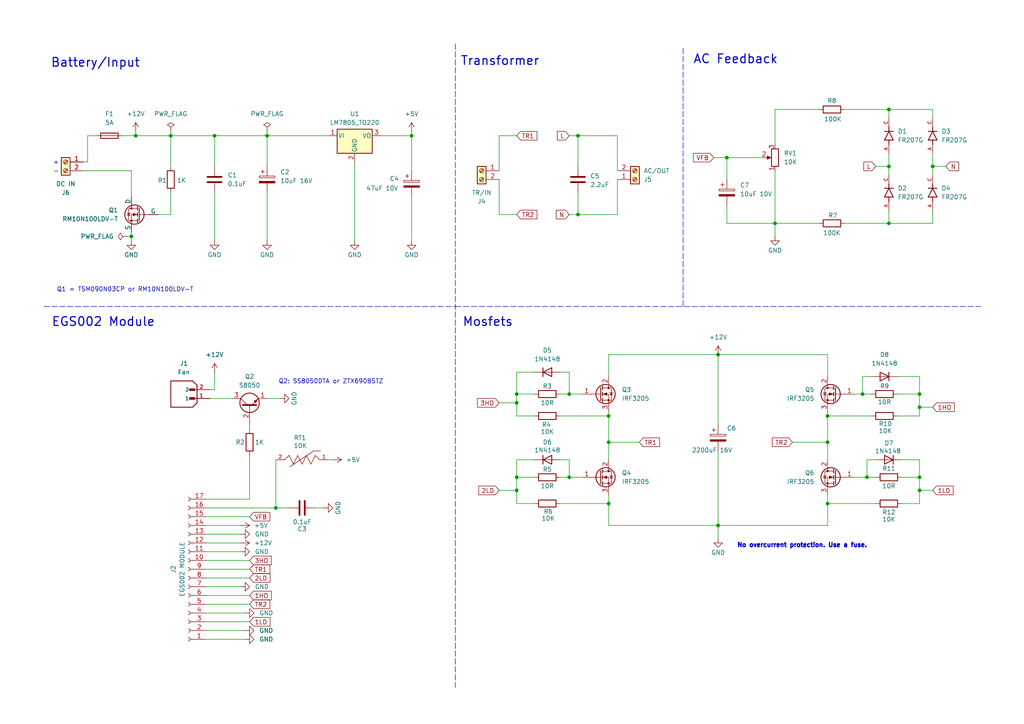
<source format=kicad_sch>
(kicad_sch (version 20231120) (generator "eeschema") (generator_version "8.0")
  (paper "A4")
  (title_block (title "Mini DC-AC Inverter") (date "2025-01-24") (rev "1.0.2") (company "By stef") (comment 1 "Thanks to Ammar for the basics"))
  (lib_symbols
    (symbol "B2B-XH-A__LF__SN_:B2B-XH-A__LF__SN_" (pin_names (offset 1.016))
      (property "Reference" "J" (at -2.54 6.35 0))
      (property "Value" "B2B-XH-A__LF__SN_" (at -2.54 -5.08 0))
      (symbol "B2B-XH-A__LF__SN__0_0"
        (pin passive line (at -7.62 2.54 0) (length 5.08) (name "1") (number "1"))
        (pin passive line (at -7.62 0 0) (length 5.08) (name "2") (number "2"))
      )
    )
    (symbol "Connector:Conn_01x17_Socket" (pin_names (offset 1.016) hide)
      (property "Reference" "J" (at 0 22.86 0))
      (property "Value" "Conn_01x17_Socket" (at 0 -22.86 0))
      (symbol "Conn_01x17_Socket_1_1"
        (pin passive line (at -5.08 20.32 0) (length 3.81) (name "Pin_1") (number "1"))
        (pin passive line (at -5.08 -2.54 0) (length 3.81) (name "Pin_10") (number "10"))
        (pin passive line (at -5.08 -5.08 0) (length 3.81) (name "Pin_11") (number "11"))
        (pin passive line (at -5.08 -7.62 0) (length 3.81) (name "Pin_12") (number "12"))
        (pin passive line (at -5.08 -10.16 0) (length 3.81) (name "Pin_13") (number "13"))
        (pin passive line (at -5.08 -12.7 0) (length 3.81) (name "Pin_14") (number "14"))
        (pin passive line (at -5.08 -15.24 0) (length 3.81) (name "Pin_15") (number "15"))
        (pin passive line (at -5.08 -17.78 0) (length 3.81) (name "Pin_16") (number "16"))
        (pin passive line (at -5.08 -20.32 0) (length 3.81) (name "Pin_17") (number "17"))
        (pin passive line (at -5.08 17.78 0) (length 3.81) (name "Pin_2") (number "2"))
        (pin passive line (at -5.08 15.24 0) (length 3.81) (name "Pin_3") (number "3"))
        (pin passive line (at -5.08 12.7 0) (length 3.81) (name "Pin_4") (number "4"))
        (pin passive line (at -5.08 10.16 0) (length 3.81) (name "Pin_5") (number "5"))
        (pin passive line (at -5.08 7.62 0) (length 3.81) (name "Pin_6") (number "6"))
        (pin passive line (at -5.08 5.08 0) (length 3.81) (name "Pin_7") (number "7"))
        (pin passive line (at -5.08 2.54 0) (length 3.81) (name "Pin_8") (number "8"))
        (pin passive line (at -5.08 0 0) (length 3.81) (name "Pin_9") (number "9"))
      )
    )
    (symbol "Connector:Screw_Terminal_01x02" (pin_names (offset 1.016) hide)
      (property "Reference" "J" (at 0 2.54 0))
      (property "Value" "Screw_Terminal_01x02" (at 0 -5.08 0))
      (symbol "Screw_Terminal_01x02_1_1"
        (pin passive line (at -5.08 0 0) (length 3.81) (name "Pin_1") (number "1"))
        (pin passive line (at -5.08 -2.54 0) (length 3.81) (name "Pin_2") (number "2"))
      )
    )
    (symbol "Device:C" (pin_numbers hide) (pin_names (offset 0.254))
      (property "Reference" "C" (at 0.635 2.54 0))
      (property "Value" "C" (at 0.635 -2.54 0))
      (symbol "C_1_1"
        (pin passive line (at 0 3.81 270) (length 2.794) (name "~") (number "1"))
        (pin passive line (at 0 -3.81 90) (length 2.794) (name "~") (number "2"))
      )
    )
    (symbol "Device:C_Polarized" (pin_numbers hide) (pin_names (offset 0.254))
      (property "Reference" "C" (at 0.635 2.54 0))
      (property "Value" "C_Polarized" (at 0.635 -2.54 0))
      (symbol "C_Polarized_1_1"
        (pin passive line (at 0 3.81 270) (length 2.794) (name "~") (number "1"))
        (pin passive line (at 0 -3.81 90) (length 2.794) (name "~") (number "2"))
      )
    )
    (symbol "Device:Fuse" (pin_numbers hide) (pin_names (offset 0))
      (property "Reference" "F" (at 2.032 0 90))
      (property "Value" "Fuse" (at -1.905 0 90))
      (symbol "Fuse_1_1"
        (pin passive line (at 0 3.81 270) (length 1.27) (name "~") (number "1"))
        (pin passive line (at 0 -3.81 90) (length 1.27) (name "~") (number "2"))
      )
    )
    (symbol "Device:R" (pin_numbers hide) (pin_names (offset 0))
      (property "Reference" "R" (at 2.032 0 90))
      (property "Value" "R" (at 0 0 90))
      (symbol "R_1_1"
        (pin passive line (at 0 3.81 270) (length 1.27) (name "~") (number "1"))
        (pin passive line (at 0 -3.81 90) (length 1.27) (name "~") (number "2"))
      )
    )
    (symbol "Device:R_Potentiometer" (pin_names (offset 1.016) hide)
      (property "Reference" "RV" (at -4.445 0 90))
      (property "Value" "R_Potentiometer" (at -2.54 0 90))
      (symbol "R_Potentiometer_1_1"
        (pin passive line (at 0 3.81 270) (length 1.27) (name "1") (number "1"))
        (pin passive line (at 3.81 0 180) (length 1.27) (name "2") (number "2"))
        (pin passive line (at 0 -3.81 90) (length 1.27) (name "3") (number "3"))
      )
    )
    (symbol "Diode:1N4148" (pin_numbers hide) (pin_names hide)
      (property "Reference" "D" (at 0 2.54 0))
      (property "Value" "1N4148" (at 0 -2.54 0))
      (symbol "1N4148_1_1"
        (pin passive line (at -3.81 0 0) (length 2.54) (name "K") (number "1"))
        (pin passive line (at 3.81 0 180) (length 2.54) (name "A") (number "2"))
      )
    )
    (symbol "FR207G:FR207G" (pin_names (offset 1.016))
      (property "Reference" "D" (at -5.08 2.54 0))
      (property "Value" "FR207G" (at -5.08 -3.81 0))
      (symbol "FR207G_0_0"
        (pin passive line (at -5.08 0 0) (length 2.54) (name "~") (number "A"))
        (pin passive line (at 5.08 0 180) (length 2.54) (name "~") (number "C"))
      )
    )
    (symbol "NXRT15WB333JA3A016:NXRT15WB333JA3A016" (pin_names (offset 1.016))
      (property "Reference" "RT" (at -5.091 2.5455 0))
      (property "Value" "NXRT15WB333JA3A016" (at -5.098 -5.098 0))
      (symbol "NXRT15WB333JA3A016_0_0"
        (pin passive line (at -7.62 0 0) (length 2.54) (name "~") (number "1"))
        (pin passive line (at 7.62 0 180) (length 2.54) (name "~") (number "2"))
      )
    )
    (symbol "Regulator_Linear:LM7805_TO220" (pin_names (offset 0.254))
      (property "Reference" "U" (at -3.81 3.175 0))
      (property "Value" "LM7805_TO220" (at 0 3.175 0))
      (symbol "LM7805_TO220_1_1"
        (pin power_in line (at -7.62 0 0) (length 2.54) (name "VI") (number "1"))
        (pin power_in line (at 0 -7.62 90) (length 2.54) (name "GND") (number "2"))
        (pin power_out line (at 7.62 0 180) (length 2.54) (name "VO") (number "3"))
      )
    )
    (symbol "Simulation_SPICE:NMOS" (pin_numbers hide) (pin_names (offset 0))
      (property "Reference" "Q" (at 5.08 1.27 0))
      (property "Value" "NMOS" (at 5.08 -1.27 0))
      (symbol "NMOS_1_1"
        (pin passive line (at 2.54 5.08 270) (length 2.54) (name "D") (number "1"))
        (pin input line (at -5.08 0 0) (length 2.54) (name "G") (number "2"))
        (pin passive line (at 2.54 -5.08 90) (length 2.54) (name "S") (number "3"))
      )
    )
    (symbol "Transistor_BJT:S8050" (pin_names (offset 0) hide)
      (property "Reference" "Q" (at 5.08 1.905 0))
      (property "Value" "S8050" (at 5.08 0 0))
      (symbol "S8050_1_1"
        (pin passive line (at 2.54 -5.08 90) (length 2.54) (name "E") (number "1"))
        (pin input line (at -5.08 0 0) (length 5.08) (name "B") (number "2"))
        (pin passive line (at 2.54 5.08 270) (length 2.54) (name "C") (number "3"))
      )
    )
    (symbol "Transistor_FET:IRF3205" (pin_names hide)
      (property "Reference" "Q" (at 5.08 1.905 0))
      (property "Value" "IRF3205" (at 5.08 0 0))
      (symbol "IRF3205_1_1"
        (pin input line (at -5.08 0 0) (length 2.54) (name "G") (number "1"))
        (pin passive line (at 2.54 5.08 270) (length 2.54) (name "D") (number "2"))
        (pin passive line (at 2.54 -5.08 90) (length 2.54) (name "S") (number "3"))
      )
    )
    (symbol "power:+12V" (power) (pin_numbers hide) (pin_names (offset 0) hide)
      (property "Value" "+12V" (at 0 3.556 0))
      (symbol "+12V_1_1"
        (pin power_in line (at 0 0 90) (length 0) (name "~") (number "1"))
      )
    )
    (symbol "power:+5V" (power) (pin_numbers hide) (pin_names (offset 0) hide)
      (property "Value" "+5V" (at 0 3.556 0))
      (symbol "+5V_1_1"
        (pin power_in line (at 0 0 90) (length 0) (name "~") (number "1"))
      )
    )
    (symbol "power:GND" (power) (pin_numbers hide) (pin_names (offset 0) hide)
      (property "Value" "GND" (at 0 -3.81 0))
      (symbol "GND_1_1"
        (pin power_in line (at 0 0 270) (length 0) (name "~") (number "1"))
      )
    )
    (symbol "power:PWR_FLAG" (power) (pin_numbers hide) (pin_names (offset 0) hide)
      (property "Value" "PWR_FLAG" (at 0 3.81 0))
      (symbol "PWR_FLAG_0_0"
        (pin power_out line (at 0 0 90) (length 0) (name "~") (number "1"))
      )
    )
  )
  (junction (at 240.03 128.27))
  (junction (at 62.23 39.37))
  (junction (at 167.64 39.37))
  (junction (at 176.53 128.27))
  (junction (at 176.53 120.65))
  (junction (at 266.7 138.43))
  (junction (at 39.37 39.37))
  (junction (at 49.53 39.37))
  (junction (at 266.7 142.24))
  (junction (at 266.7 118.11))
  (junction (at 149.86 138.43))
  (junction (at 165.1 138.43))
  (junction (at 149.86 142.24))
  (junction (at 270.51 48.26))
  (junction (at 167.64 62.23))
  (junction (at 251.46 138.43))
  (junction (at 257.81 64.77))
  (junction (at 257.81 31.75))
  (junction (at 250.19 114.3))
  (junction (at 257.81 48.26))
  (junction (at 149.86 114.3))
  (junction (at 77.47 39.37))
  (junction (at 176.53 146.05))
  (junction (at 208.28 102.87))
  (junction (at 224.79 64.77))
  (junction (at 266.7 114.3))
  (junction (at 80.01 147.32))
  (junction (at 149.86 116.84))
  (junction (at 240.03 120.65))
  (junction (at 240.03 146.05))
  (junction (at 210.82 45.72))
  (junction (at 208.28 152.4))
  (junction (at 119.38 39.37))
  (junction (at 165.1 114.3))
  (junction (at 38.1 68.58))
  (wire (pts (xy 38.1 49.53) (xy 24.13 49.53)))
  (wire (pts (xy 59.69 180.34) (xy 72.39 180.34)))
  (wire (pts (xy 62.23 55.88) (xy 62.23 69.85)))
  (wire (pts (xy 59.69 157.48) (xy 69.85 157.48)))
  (wire (pts (xy 224.79 31.75) (xy 224.79 41.91)))
  (wire (pts (xy 251.46 138.43) (xy 254 138.43)))
  (wire (pts (xy 250.19 114.3) (xy 252.73 114.3)))
  (wire (pts (xy 165.1 107.95) (xy 165.1 114.3)))
  (wire (pts (xy 154.94 120.65) (xy 149.86 120.65)))
  (wire (pts (xy 260.35 109.22) (xy 266.7 109.22)))
  (wire (pts (xy 229.87 128.27) (xy 240.03 128.27)))
  (wire (pts (xy 257.81 31.75) (xy 257.81 34.29)))
  (wire (pts (xy 119.38 38.1) (xy 119.38 39.37)))
  (wire (pts (xy 25.4 46.99) (xy 25.4 39.37)))
  (wire (pts (xy 240.03 120.65) (xy 240.03 128.27)))
  (wire (pts (xy 240.03 102.87) (xy 240.03 109.22)))
  (wire (pts (xy 59.69 182.88) (xy 71.12 182.88)))
  (wire (pts (xy 59.69 165.1) (xy 72.39 165.1)))
  (wire (pts (xy 91.44 147.32) (xy 93.98 147.32)))
  (wire (pts (xy 247.65 114.3) (xy 250.19 114.3)))
  (wire (pts (xy 270.51 60.96) (xy 270.51 64.77)))
  (wire (pts (xy 266.7 133.35) (xy 266.7 138.43)))
  (wire (pts (xy 49.53 62.23) (xy 49.53 55.88)))
  (wire (pts (xy 144.78 49.53) (xy 144.78 39.37)))
  (wire (pts (xy 165.1 133.35) (xy 165.1 138.43)))
  (wire (pts (xy 240.03 128.27) (xy 240.03 133.35)))
  (wire (pts (xy 162.56 114.3) (xy 165.1 114.3)))
  (wire (pts (xy 59.69 177.8) (xy 71.12 177.8)))
  (wire (pts (xy 179.07 52.07) (xy 179.07 62.23)))
  (wire (pts (xy 59.69 162.56) (xy 72.39 162.56)))
  (wire (pts (xy 210.82 64.77) (xy 224.79 64.77)))
  (wire (pts (xy 162.56 107.95) (xy 165.1 107.95)))
  (wire (pts (xy 240.03 120.65) (xy 252.73 120.65)))
  (wire (pts (xy 266.7 109.22) (xy 266.7 114.3)))
  (wire (pts (xy 59.69 147.32) (xy 80.01 147.32)))
  (wire (pts (xy 119.38 49.53) (xy 119.38 39.37)))
  (wire (pts (xy 176.53 152.4) (xy 176.53 146.05)))
  (wire (pts (xy 208.28 102.87) (xy 240.03 102.87)))
  (wire (pts (xy 144.78 62.23) (xy 149.86 62.23)))
  (wire (pts (xy 167.64 39.37) (xy 167.64 48.26)))
  (wire (pts (xy 59.69 170.18) (xy 69.85 170.18)))
  (wire (pts (xy 176.53 102.87) (xy 208.28 102.87)))
  (wire (pts (xy 270.51 142.24) (xy 266.7 142.24)))
  (wire (pts (xy 266.7 142.24) (xy 266.7 138.43)))
  (wire (pts (xy 149.86 107.95) (xy 149.86 114.3)))
  (wire (pts (xy 266.7 114.3) (xy 260.35 114.3)))
  (wire (pts (xy 154.94 146.05) (xy 149.86 146.05)))
  (wire (pts (xy 270.51 118.11) (xy 266.7 118.11)))
  (wire (pts (xy 210.82 59.69) (xy 210.82 64.77)))
  (wire (pts (xy 72.39 123.19) (xy 72.39 124.46)))
  (wire (pts (xy 38.1 69.85) (xy 38.1 68.58)))
  (wire (pts (xy 247.65 138.43) (xy 251.46 138.43)))
  (wire (pts (xy 162.56 133.35) (xy 165.1 133.35)))
  (wire (pts (xy 176.53 109.22) (xy 176.53 102.87)))
  (wire (pts (xy 39.37 39.37) (xy 49.53 39.37)))
  (wire (pts (xy 39.37 38.1) (xy 39.37 39.37)))
  (wire (pts (xy 254 133.35) (xy 251.46 133.35)))
  (wire (pts (xy 240.03 119.38) (xy 240.03 120.65)))
  (wire (pts (xy 266.7 138.43) (xy 261.62 138.43)))
  (wire (pts (xy 154.94 107.95) (xy 149.86 107.95)))
  (wire (pts (xy 59.69 185.42) (xy 71.12 185.42)))
  (wire (pts (xy 270.51 48.26) (xy 270.51 50.8)))
  (wire (pts (xy 257.81 48.26) (xy 257.81 50.8)))
  (polyline (pts (xy 132.08 88.9) (xy 284.48 88.9)) (stroke (width 0) (type dash)))
  (wire (pts (xy 162.56 146.05) (xy 176.53 146.05)))
  (wire (pts (xy 80.01 147.32) (xy 83.82 147.32)))
  (wire (pts (xy 165.1 138.43) (xy 168.91 138.43)))
  (wire (pts (xy 254 48.26) (xy 257.81 48.26)))
  (wire (pts (xy 210.82 45.72) (xy 220.98 45.72)))
  (wire (pts (xy 77.47 38.1) (xy 77.47 39.37)))
  (wire (pts (xy 77.47 55.88) (xy 77.47 69.85)))
  (wire (pts (xy 167.64 55.88) (xy 167.64 62.23)))
  (wire (pts (xy 25.4 39.37) (xy 27.94 39.37)))
  (wire (pts (xy 208.28 152.4) (xy 176.53 152.4)))
  (wire (pts (xy 245.11 31.75) (xy 257.81 31.75)))
  (wire (pts (xy 72.39 132.08) (xy 72.39 144.78)))
  (wire (pts (xy 176.53 119.38) (xy 176.53 120.65)))
  (wire (pts (xy 176.53 133.35) (xy 176.53 128.27)))
  (polyline (pts (xy 132.08 12.7) (xy 132.08 199.39)) (stroke (width 0) (type dash)))
  (wire (pts (xy 257.81 44.45) (xy 257.81 48.26)))
  (wire (pts (xy 162.56 120.65) (xy 176.53 120.65)))
  (wire (pts (xy 179.07 39.37) (xy 167.64 39.37)))
  (wire (pts (xy 185.42 128.27) (xy 176.53 128.27)))
  (wire (pts (xy 77.47 115.57) (xy 81.28 115.57)))
  (wire (pts (xy 240.03 146.05) (xy 254 146.05)))
  (wire (pts (xy 69.85 154.94) (xy 59.69 154.94)))
  (wire (pts (xy 270.51 64.77) (xy 257.81 64.77)))
  (wire (pts (xy 208.28 102.87) (xy 208.28 123.19)))
  (wire (pts (xy 154.94 133.35) (xy 149.86 133.35)))
  (wire (pts (xy 251.46 133.35) (xy 251.46 138.43)))
  (wire (pts (xy 62.23 107.95) (xy 62.23 113.03)))
  (wire (pts (xy 208.28 130.81) (xy 208.28 152.4)))
  (wire (pts (xy 266.7 118.11) (xy 266.7 114.3)))
  (wire (pts (xy 59.69 175.26) (xy 72.39 175.26)))
  (wire (pts (xy 208.28 152.4) (xy 240.03 152.4)))
  (wire (pts (xy 149.86 138.43) (xy 154.94 138.43)))
  (wire (pts (xy 144.78 52.07) (xy 144.78 62.23)))
  (wire (pts (xy 24.13 46.99) (xy 25.4 46.99)))
  (wire (pts (xy 250.19 109.22) (xy 250.19 114.3)))
  (wire (pts (xy 240.03 152.4) (xy 240.03 146.05)))
  (wire (pts (xy 95.25 133.35) (xy 96.52 133.35)))
  (wire (pts (xy 165.1 114.3) (xy 168.91 114.3)))
  (wire (pts (xy 144.78 116.84) (xy 149.86 116.84)))
  (wire (pts (xy 270.51 44.45) (xy 270.51 48.26)))
  (wire (pts (xy 49.53 39.37) (xy 62.23 39.37)))
  (wire (pts (xy 72.39 144.78) (xy 59.69 144.78)))
  (wire (pts (xy 62.23 39.37) (xy 77.47 39.37)))
  (wire (pts (xy 149.86 116.84) (xy 149.86 114.3)))
  (wire (pts (xy 80.01 133.35) (xy 80.01 147.32)))
  (wire (pts (xy 245.11 64.77) (xy 257.81 64.77)))
  (wire (pts (xy 149.86 146.05) (xy 149.86 142.24)))
  (wire (pts (xy 270.51 34.29) (xy 270.51 31.75)))
  (wire (pts (xy 167.64 62.23) (xy 165.1 62.23)))
  (wire (pts (xy 162.56 138.43) (xy 165.1 138.43)))
  (wire (pts (xy 179.07 49.53) (xy 179.07 39.37)))
  (wire (pts (xy 38.1 68.58) (xy 38.1 67.31)))
  (wire (pts (xy 35.56 39.37) (xy 39.37 39.37)))
  (wire (pts (xy 257.81 60.96) (xy 257.81 64.77)))
  (wire (pts (xy 60.96 113.03) (xy 62.23 113.03)))
  (wire (pts (xy 224.79 64.77) (xy 237.49 64.77)))
  (wire (pts (xy 119.38 39.37) (xy 110.49 39.37)))
  (wire (pts (xy 59.69 152.4) (xy 69.85 152.4)))
  (wire (pts (xy 274.32 48.26) (xy 270.51 48.26)))
  (wire (pts (xy 59.69 167.64) (xy 72.39 167.64)))
  (wire (pts (xy 208.28 156.21) (xy 208.28 152.4)))
  (wire (pts (xy 266.7 120.65) (xy 266.7 118.11)))
  (wire (pts (xy 149.86 114.3) (xy 154.94 114.3)))
  (wire (pts (xy 77.47 39.37) (xy 95.25 39.37)))
  (wire (pts (xy 144.78 142.24) (xy 149.86 142.24)))
  (polyline (pts (xy 12.7 88.9) (xy 132.08 88.9)) (stroke (width 0) (type dash)))
  (wire (pts (xy 167.64 39.37) (xy 165.1 39.37)))
  (wire (pts (xy 266.7 146.05) (xy 266.7 142.24)))
  (wire (pts (xy 149.86 120.65) (xy 149.86 116.84)))
  (wire (pts (xy 49.53 38.1) (xy 49.53 39.37)))
  (wire (pts (xy 224.79 49.53) (xy 224.79 64.77)))
  (wire (pts (xy 77.47 48.26) (xy 77.47 39.37)))
  (wire (pts (xy 36.83 68.58) (xy 38.1 68.58)))
  (wire (pts (xy 260.35 120.65) (xy 266.7 120.65)))
  (wire (pts (xy 240.03 143.51) (xy 240.03 146.05)))
  (wire (pts (xy 252.73 109.22) (xy 250.19 109.22)))
  (wire (pts (xy 62.23 39.37) (xy 62.23 48.26)))
  (wire (pts (xy 72.39 149.86) (xy 59.69 149.86)))
  (wire (pts (xy 144.78 39.37) (xy 149.86 39.37)))
  (wire (pts (xy 237.49 31.75) (xy 224.79 31.75)))
  (wire (pts (xy 210.82 45.72) (xy 210.82 52.07)))
  (wire (pts (xy 261.62 146.05) (xy 266.7 146.05)))
  (wire (pts (xy 119.38 57.15) (xy 119.38 69.85)))
  (wire (pts (xy 261.62 133.35) (xy 266.7 133.35)))
  (wire (pts (xy 176.53 120.65) (xy 176.53 128.27)))
  (wire (pts (xy 270.51 31.75) (xy 257.81 31.75)))
  (wire (pts (xy 176.53 143.51) (xy 176.53 146.05)))
  (wire (pts (xy 59.69 160.02) (xy 69.85 160.02)))
  (wire (pts (xy 207.01 45.72) (xy 210.82 45.72)))
  (wire (pts (xy 49.53 48.26) (xy 49.53 39.37)))
  (wire (pts (xy 102.87 46.99) (xy 102.87 69.85)))
  (wire (pts (xy 59.69 172.72) (xy 72.39 172.72)))
  (wire (pts (xy 38.1 49.53) (xy 38.1 57.15)))
  (wire (pts (xy 179.07 62.23) (xy 167.64 62.23)))
  (wire (pts (xy 45.72 62.23) (xy 49.53 62.23)))
  (polyline (pts (xy 198.12 13.97) (xy 198.12 88.9)) (stroke (width 0) (type dash)))
  (wire (pts (xy 149.86 142.24) (xy 149.86 138.43)))
  (wire (pts (xy 60.96 115.57) (xy 67.31 115.57)))
  (wire (pts (xy 149.86 133.35) (xy 149.86 138.43)))
  (wire (pts (xy 224.79 68.58) (xy 224.79 64.77)))
  (text "No overcurrent protection. Use a fuse." (at 232.664 158.242 0) (effects (font (size 1.27 1.27) (thickness 0.3175))))
  (text "-" (at 16.256 49.784 0) (effects (font (size 1.27 1.27))))
  (text "Battery/Input" (at 27.686 18.288 0) (effects (font (size 2.54 2.54) (thickness 0.3175))))
  (text "Q2: SS8050DTA or ZTX690BSTZ" (at 80.772 110.744 0) (effects (font (size 1.27 1.27)) (justify left)))
  (text "Q1 = TSM090N03CP or RM10N100LDV-T" (at 36.322 84.074 0) (effects (font (size 1.27 1.27))))
  (text "EGS002 Module" (at 29.972 93.472 0) (effects (font (size 2.54 2.54) (thickness 0.3175))))
  (text "+" (at 16.256 47.244 0) (effects (font (size 1.27 1.27))))
  (text "Transformer" (at 145.034 17.78 0) (effects (font (size 2.54 2.54) (thickness 0.3175))))
  (text "AC Feedback" (at 213.36 17.272 0) (effects (font (size 2.54 2.54) (thickness 0.3175))))
  (text "Mosfets" (at 141.478 93.472 0) (effects (font (size 2.54 2.54) (thickness 0.3175))))
  (global_label "1LD" (shape input) (at 270.51 142.24 0) (property "Intersheetrefs" "${INTERSHEET_REFS}" (effects (hide yes))))
  (global_label "1LD" (shape input) (at 72.39 180.34 0) (property "Intersheetrefs" "${INTERSHEET_REFS}" (effects (hide yes))))
  (global_label "TR1" (shape input) (at 72.39 165.1 0) (property "Intersheetrefs" "${INTERSHEET_REFS}" (effects (hide yes))))
  (global_label "TR2" (shape input) (at 229.87 128.27 180) (property "Intersheetrefs" "${INTERSHEET_REFS}" (effects (hide yes))))
  (global_label "TR1" (shape input) (at 149.86 39.37 0) (property "Intersheetrefs" "${INTERSHEET_REFS}" (effects (hide yes))))
  (global_label "L" (shape input) (at 165.1 39.37 180) (property "Intersheetrefs" "${INTERSHEET_REFS}" (effects (hide yes))))
  (global_label "VFB" (shape input) (at 72.39 149.86 0) (property "Intersheetrefs" "${INTERSHEET_REFS}" (effects (hide yes))))
  (global_label "2LD" (shape input) (at 72.39 167.64 0) (property "Intersheetrefs" "${INTERSHEET_REFS}" (effects (hide yes))))
  (global_label "3HO" (shape input) (at 144.78 116.84 180) (property "Intersheetrefs" "${INTERSHEET_REFS}" (effects (hide yes))))
  (global_label "TR2" (shape input) (at 72.39 175.26 0) (property "Intersheetrefs" "${INTERSHEET_REFS}" (effects (hide yes))))
  (global_label "VFB" (shape input) (at 207.01 45.72 180) (property "Intersheetrefs" "${INTERSHEET_REFS}" (effects (hide yes))))
  (global_label "1HO" (shape input) (at 270.51 118.11 0) (property "Intersheetrefs" "${INTERSHEET_REFS}" (effects (hide yes))))
  (global_label "N" (shape input) (at 165.1 62.23 180) (property "Intersheetrefs" "${INTERSHEET_REFS}" (effects (hide yes))))
  (global_label "N" (shape input) (at 274.32 48.26 0) (property "Intersheetrefs" "${INTERSHEET_REFS}" (effects (hide yes))))
  (global_label "TR1" (shape input) (at 185.42 128.27 0) (property "Intersheetrefs" "${INTERSHEET_REFS}" (effects (hide yes))))
  (global_label "3HO" (shape input) (at 72.39 162.56 0) (property "Intersheetrefs" "${INTERSHEET_REFS}" (effects (hide yes))))
  (global_label "L" (shape input) (at 254 48.26 180) (property "Intersheetrefs" "${INTERSHEET_REFS}" (effects (hide yes))))
  (global_label "1HO" (shape input) (at 72.39 172.72 0) (property "Intersheetrefs" "${INTERSHEET_REFS}" (effects (hide yes))))
  (global_label "TR2" (shape input) (at 149.86 62.23 0) (property "Intersheetrefs" "${INTERSHEET_REFS}" (effects (hide yes))))
  (global_label "2LD" (shape input) (at 144.78 142.24 180) (property "Intersheetrefs" "${INTERSHEET_REFS}" (effects (hide yes))))
  (symbol (lib_id "power:GND") (at 119.38 69.85 0) (unit 1)
    (property "Reference" "#PWR019" (effects (hide yes)))
    (property "Value" "GND" (at 119.38 73.914 0))
    (property "Description" "Power symbol creates a global label with name \"GND\" , ground" (effects (hide yes)))
  )
  (symbol (lib_id "power:GND") (at 69.85 170.18 90) (unit 1)
    (property "Reference" "#PWR09" (effects (hide yes)))
    (property "Value" "GND" (at 75.946 170.18 90))
    (property "Description" "Power symbol creates a global label with name \"GND\" , ground" (effects (hide yes)))
  )
  (symbol (lib_id "power:+12V") (at 69.85 157.48 270) (unit 1)
    (property "Reference" "#PWR07" (effects (hide yes)))
    (property "Value" "+12V" (at 73.66 157.4799 90) (effects (justify left)))
    (property "Description" "Power symbol creates a global label with name \"+12V\"" (effects (hide yes)))
  )
  (symbol (lib_id "Device:C") (at 167.64 52.07 0) (unit 1)
    (property "Reference" "C5" (at 171.196 51.054 0) (effects (justify left)))
    (property "Value" "2.2uF" (at 171.196 53.594 0) (effects (justify left)))
    (property "Footprint" "Capacitor_THT:C_Rect_L18.0mm_W8.0mm_P15.00mm_FKS3_FKP3" (effects (hide yes)))
    (property "Description" "Unpolarized capacitor" (effects (hide yes)))
    (property "Part#" "MKS4D042204F00KSSD" (effects (hide yes)))
    (property "Mouser" "505-MKS4D042204FKSSD" (effects (hide yes)))
  )
  (symbol (lib_id "Diode:1N4148") (at 158.75 133.35 0) (unit 1)
    (property "Reference" "D6" (at 158.75 128.27 0))
    (property "Value" "1N4148" (at 158.75 130.556 0))
    (property "Footprint" "Diode_THT:D_DO-35_SOD27_P7.62mm_Horizontal" (effects (hide yes)))
    (property "Datasheet" "https://assets.nexperia.com/documents/data-sheet/1N4148_1N4448.pdf" (effects (hide yes)))
    (property "Description" "100V 0.15A standard switching diode, DO-35" (effects (hide yes)))
    (property "Sim.Device" "D" (effects (hide yes)))
    (property "Sim.Pins" "1=K 2=A" (effects (hide yes)))
  )
  (symbol (lib_id "Device:R") (at 241.3 31.75 270) (unit 1)
    (property "Reference" "R8" (at 241.3 29.21 90))
    (property "Value" "100K" (at 241.554 34.544 90))
    (property "Footprint" "Resistor_THT:R_Axial_DIN0207_L6.3mm_D2.5mm_P10.16mm_Horizontal" (effects (hide yes)))
    (property "Description" "Resistor" (effects (hide yes)))
  )
  (symbol (lib_id "Device:C_Polarized") (at 77.47 52.07 0) (unit 1)
    (property "Reference" "C2" (at 81.28 49.9109 0) (effects (justify left)))
    (property "Value" "10uF 16V" (at 81.28 52.4509 0) (effects (justify left)))
    (property "Footprint" "Capacitor_THT:CP_Radial_D5.0mm_P2.50mm" (effects (hide yes)))
    (property "Description" "Polarized capacitor" (effects (hide yes)))
  )
  (symbol (lib_id "power:+5V") (at 69.85 152.4 270) (unit 1)
    (property "Reference" "#PWR05" (effects (hide yes)))
    (property "Value" "+5V" (at 73.66 152.3999 90) (effects (justify left)))
    (property "Description" "Power symbol creates a global label with name \"+5V\"" (effects (hide yes)))
  )
  (symbol (lib_id "Connector:Screw_Terminal_01x02") (at 19.05 46.99 0) (mirror y) (unit 1)
    (property "Reference" "J6" (at 19.05 55.88 0))
    (property "Value" "DC IN" (at 19.05 53.34 0))
    (property "Footprint" "External Libraries:TerminalBlock_Phoenix_PT-1,5-2-5.0-H_1x02_P5.00mm_Horizontal_faston" (effects (hide yes)))
    (property "Description" "Generic screw terminal, single row, 01x02, script generated (kicad-library-utils/schlib/autogen/connector/)" (effects (hide yes)))
  )
  (symbol (lib_id "Device:R") (at 257.81 138.43 90) (unit 1)
    (property "Reference" "R11" (at 257.81 135.89 90))
    (property "Value" "10R" (at 257.81 140.97 90))
    (property "Footprint" "Resistor_THT:R_Axial_DIN0207_L6.3mm_D2.5mm_P10.16mm_Horizontal" (effects (hide yes)))
    (property "Description" "Resistor" (effects (hide yes)))
  )
  (symbol (lib_id "B2B-XH-A__LF__SN_:B2B-XH-A__LF__SN_") (at 53.34 113.03 180) (unit 1)
    (property "Reference" "J1" (at 53.34 105.41 0))
    (property "Value" "Fan" (at 53.34 107.95 0))
    (property "Footprint" "Connector_JST:JST_XH_B2B-XH-A_1x02_P2.50mm_Vertical" (effects (hide yes)))
    (property "MF" "JST Sales" (effects (hide yes)))
    (property "MAXIMUM_PACKAGE_HEIGHT" "7 mm" (effects (hide yes)))
    (property "Package" "None" (effects (hide yes)))
    (property "Price" "None" (effects (hide yes)))
    (property "Check_prices" "https://www.snapeda.com/parts/B2B-XH-A%20(LF)(SN)/JST+Sales+America+Inc./view-part/?ref=eda" (effects (hide yes)))
    (property "STANDARD" "Manufacturer Recommendations" (effects (hide yes)))
    (property "PARTREV" "N/A" (effects (hide yes)))
    (property "SnapEDA_Link" "https://www.snapeda.com/parts/B2B-XH-A%20(LF)(SN)/JST+Sales+America+Inc./view-part/?ref=snap" (effects (hide yes)))
    (property "MP" "B2B-XH-A (LF)(SN)" (effects (hide yes)))
    (property "Purchase-URL" "https://www.snapeda.com/api/url_track_click_mouser/?unipart_id=1904846&manufacturer=JST Sales&part_name=B2B-XH-A (LF)(SN)&search_term=b2b-xh-a_lf__sn_" (effects (hide yes)))
    (property "Description_1" "\nConnector Header Through Hole 2 position 0.098 (2.50mm)\n" (effects (hide yes)))
    (property "MANUFACTURER" "JST Sales America Inc." (effects (hide yes)))
    (property "Availability" "In Stock" (effects (hide yes)))
    (property "SNAPEDA_PN" "B2B-XH-A (LF)(SN)" (effects (hide yes)))
  )
  (symbol (lib_id "Device:R") (at 49.53 52.07 0) (unit 1)
    (property "Reference" "R1" (at 45.72 52.324 0) (effects (justify left)))
    (property "Value" "1K" (at 51.308 52.324 0) (effects (justify left)))
    (property "Footprint" "Resistor_THT:R_Axial_DIN0207_L6.3mm_D2.5mm_P2.54mm_Vertical" (effects (hide yes)))
    (property "Description" "Resistor" (effects (hide yes)))
  )
  (symbol (lib_id "power:+12V") (at 62.23 107.95 0) (unit 1)
    (property "Reference" "#PWR04" (effects (hide yes)))
    (property "Value" "+12V" (at 62.23 102.87 0))
    (property "Description" "Power symbol creates a global label with name \"+12V\"" (effects (hide yes)))
  )
  (symbol (lib_id "Device:R") (at 158.75 146.05 90) (unit 1)
    (property "Reference" "R6" (at 159.004 148.336 90))
    (property "Value" "10K" (at 159.004 150.368 90))
    (property "Footprint" "Resistor_THT:R_Axial_DIN0207_L6.3mm_D2.5mm_P10.16mm_Horizontal" (effects (hide yes)))
    (property "Description" "Resistor" (effects (hide yes)))
  )
  (symbol (lib_id "FR207G:FR207G") (at 257.81 39.37 90) (unit 1)
    (property "Reference" "D1" (at 260.35 38.0999 90) (effects (justify right)))
    (property "Value" "FR207G" (at 260.35 40.6399 90) (effects (justify right)))
    (property "Footprint" "External Libraries:FR207G" (effects (hide yes)))
    (property "MF" "Taiwan Semiconductor" (effects (hide yes)))
    (property "MAXIMUM_PACKAGE_HEIGHT" "3.6 mm" (effects (hide yes)))
    (property "Package" "DO-15 Taiwan Semiconductor" (effects (hide yes)))
    (property "Price" "None" (effects (hide yes)))
    (property "Check_prices" "https://www.snapeda.com/parts/FR207G/Taiwan+Semiconductor/view-part/?ref=eda" (effects (hide yes)))
    (property "STANDARD" "IPC-7351B" (effects (hide yes)))
    (property "PARTREV" "F2105" (effects (hide yes)))
    (property "SnapEDA_Link" "https://www.snapeda.com/parts/FR207G/Taiwan+Semiconductor/view-part/?ref=snap" (effects (hide yes)))
    (property "MP" "FR207G" (effects (hide yes)))
    (property "Purchase-URL" "https://www.snapeda.com/api/url_track_click_mouser/?unipart_id=778169&manufacturer=Taiwan Semiconductor&part_name=FR207G&search_term=fr207 diode" (effects (hide yes)))
    (property "Description_1" "\n500ns, 2A, 1000V, Fast Recovery Rectifier\n" (effects (hide yes)))
    (property "Availability" "In Stock" (effects (hide yes)))
    (property "MANUFACTURER" "Taiwan Semiconductor" (effects (hide yes)))
    (property "Part#" "FR207G" (effects (hide yes)))
    (property "Mouser" "821-FR207G" (effects (hide yes)))
  )
  (symbol (lib_id "Connector:Conn_01x17_Socket") (at 54.61 165.1 180) (unit 1)
    (property "Reference" "J2" (at 50.292 165.1 90))
    (property "Value" "EGS002 MODULE" (at 52.832 165.1 90))
    (property "Footprint" "Connector_PinSocket_2.54mm:PinSocket_1x17_P2.54mm_Vertical" (effects (hide yes)))
    (property "Description" "Generic connector, single row, 01x17, script generated" (effects (hide yes)))
  )
  (symbol (lib_id "FR207G:FR207G") (at 270.51 55.88 90) (unit 1)
    (property "Reference" "D4" (at 273.05 54.6099 90) (effects (justify right)))
    (property "Value" "FR207G" (at 273.05 57.1499 90) (effects (justify right)))
    (property "Footprint" "External Libraries:FR207G" (effects (hide yes)))
    (property "Part#" "FR207G" (effects (hide yes)))
    (property "Mouser" "821-FR207G" (effects (hide yes)))
  )
  (symbol (lib_id "power:GND") (at 71.12 185.42 90) (unit 1)
    (property "Reference" "#PWR012" (effects (hide yes)))
    (property "Value" "GND" (at 77.216 185.42 90))
    (property "Description" "Power symbol creates a global label with name \"GND\" , ground" (effects (hide yes)))
  )
  (symbol (lib_id "FR207G:FR207G") (at 270.51 39.37 90) (unit 1)
    (property "Reference" "D3" (at 273.05 38.0999 90) (effects (justify right)))
    (property "Value" "FR207G" (at 273.05 40.6399 90) (effects (justify right)))
    (property "Footprint" "External Libraries:FR207G" (effects (hide yes)))
    (property "MF" "Taiwan Semiconductor" (effects (hide yes)))
    (property "MAXIMUM_PACKAGE_HEIGHT" "3.6 mm" (effects (hide yes)))
    (property "Package" "DO-15 Taiwan Semiconductor" (effects (hide yes)))
    (property "Price" "None" (effects (hide yes)))
    (property "Check_prices" "https://www.snapeda.com/parts/FR207G/Taiwan+Semiconductor/view-part/?ref=eda" (effects (hide yes)))
    (property "STANDARD" "IPC-7351B" (effects (hide yes)))
    (property "PARTREV" "F2105" (effects (hide yes)))
    (property "SnapEDA_Link" "https://www.snapeda.com/parts/FR207G/Taiwan+Semiconductor/view-part/?ref=snap" (effects (hide yes)))
    (property "MP" "FR207G" (effects (hide yes)))
    (property "Purchase-URL" "https://www.snapeda.com/api/url_track_click_mouser/?unipart_id=778169&manufacturer=Taiwan Semiconductor&part_name=FR207G&search_term=fr207 diode" (effects (hide yes)))
    (property "Description_1" "\n500ns, 2A, 1000V, Fast Recovery Rectifier\n" (effects (hide yes)))
    (property "Availability" "In Stock" (effects (hide yes)))
    (property "MANUFACTURER" "Taiwan Semiconductor" (effects (hide yes)))
    (property "Part#" "FR207G" (effects (hide yes)))
    (property "Mouser" "821-FR207G" (effects (hide yes)))
  )
  (symbol (lib_id "Device:C") (at 62.23 52.07 0) (unit 1)
    (property "Reference" "C1" (at 66.04 50.7999 0) (effects (justify left)))
    (property "Value" "0.1uF" (at 66.04 53.3399 0) (effects (justify left)))
    (property "Footprint" "Capacitor_THT:C_Rect_L7.2mm_W2.5mm_P5.00mm_FKS2_FKP2_MKS2_MKP2" (effects (hide yes)))
    (property "Description" "Unpolarized capacitor" (effects (hide yes)))
  )
  (symbol (lib_id "Connector:Screw_Terminal_01x02") (at 139.7 49.53 0) (mirror y) (unit 1)
    (property "Reference" "J4" (at 139.7 58.42 0))
    (property "Value" "TR/IN" (at 139.7 55.88 0))
    (property "Footprint" "External Libraries:TerminalBlock_Phoenix_PT-1,5-2-5.0-H_1x02_P5.00mm_Horizontal_faston" (effects (hide yes)))
    (property "Description" "Generic screw terminal, single row, 01x02, script generated (kicad-library-utils/schlib/autogen/connector/)" (effects (hide yes)))
  )
  (symbol (lib_id "Device:R") (at 257.81 146.05 90) (unit 1)
    (property "Reference" "R12" (at 257.81 148.59 90))
    (property "Value" "10K" (at 257.81 150.622 90))
    (property "Footprint" "Resistor_THT:R_Axial_DIN0207_L6.3mm_D2.5mm_P10.16mm_Horizontal" (effects (hide yes)))
    (property "Description" "Resistor" (effects (hide yes)))
  )
  (symbol (lib_id "power:GND") (at 62.23 69.85 0) (unit 1)
    (property "Reference" "#PWR03" (effects (hide yes)))
    (property "Value" "GND" (at 62.23 73.914 0))
    (property "Description" "Power symbol creates a global label with name \"GND\" , ground" (effects (hide yes)))
  )
  (symbol (lib_id "power:PWR_FLAG") (at 49.53 38.1 0) (unit 1)
    (property "Reference" "#FLG02" (effects (hide yes)))
    (property "Value" "PWR_FLAG" (at 49.53 33.02 0))
    (property "Description" "Special symbol for telling ERC where power comes from" (effects (hide yes)))
  )
  (symbol (lib_id "power:GND") (at 93.98 147.32 90) (unit 1)
    (property "Reference" "#PWR016" (effects (hide yes)))
    (property "Value" "GND" (at 98.044 147.32 0))
    (property "Description" "Power symbol creates a global label with name \"GND\" , ground" (effects (hide yes)))
  )
  (symbol (lib_id "Device:R") (at 256.54 120.65 90) (unit 1)
    (property "Reference" "R10" (at 256.794 122.936 90))
    (property "Value" "10K" (at 256.794 124.968 90))
    (property "Footprint" "Resistor_THT:R_Axial_DIN0207_L6.3mm_D2.5mm_P10.16mm_Horizontal" (effects (hide yes)))
    (property "Description" "Resistor" (effects (hide yes)))
  )
  (symbol (lib_id "Device:Fuse") (at 31.75 39.37 90) (unit 1)
    (property "Reference" "F1" (at 31.75 33.02 90))
    (property "Value" "5A" (at 31.75 35.56 90))
    (property "Footprint" "Fuse:Fuse_Littelfuse_372_D8.50mm" (effects (hide yes)))
    (property "Description" "Fuse" (effects (hide yes)))
  )
  (symbol (lib_id "power:GND") (at 77.47 69.85 0) (unit 1)
    (property "Reference" "#PWR013" (effects (hide yes)))
    (property "Value" "GND" (at 77.47 73.914 0))
    (property "Description" "Power symbol creates a global label with name \"GND\" , ground" (effects (hide yes)))
  )
  (symbol (lib_id "Simulation_SPICE:NMOS") (at 40.64 62.23 0) (mirror y) (unit 1)
    (property "Reference" "Q1" (at 34.29 60.9599 0) (effects (justify left)))
    (property "Value" "RM10N100LDV-T" (at 34.29 63.4999 0) (effects (justify left)))
    (property "Footprint" "Package_TO_SOT_SMD:TO-252-3_TabPin2" (effects (hide yes)))
    (property "Datasheet" "https://ngspice.sourceforge.io/docs/ngspice-html-manual/manual.xhtml#cha_MOSFETs" (effects (hide yes)))
    (property "Description" "N-MOSFET transistor, drain/source/gate" (effects (hide yes)))
    (property "Sim.Device" "NMOS" (effects (hide yes)))
    (property "Sim.Type" "VDMOS" (effects (hide yes)))
    (property "Sim.Pins" "1=D 2=G 3=S" (effects (hide yes)))
    (property "Part#" "RD3P03BBHTL1" (effects (hide yes)))
    (property "Mouser" "755-RD3P03BBHTL1" (effects (hide yes)))
  )
  (symbol (lib_id "Device:R") (at 158.75 138.43 90) (unit 1)
    (property "Reference" "R5" (at 158.75 136.144 90))
    (property "Value" "10R" (at 158.75 140.97 90))
    (property "Footprint" "Resistor_THT:R_Axial_DIN0207_L6.3mm_D2.5mm_P10.16mm_Horizontal" (effects (hide yes)))
    (property "Description" "Resistor" (effects (hide yes)))
  )
  (symbol (lib_id "Device:R") (at 72.39 128.27 180) (unit 1)
    (property "Reference" "R2" (at 68.326 128.27 0) (effects (justify right)))
    (property "Value" "1K" (at 73.914 128.27 0) (effects (justify right)))
    (property "Footprint" "Resistor_THT:R_Axial_DIN0207_L6.3mm_D2.5mm_P10.16mm_Horizontal" (effects (hide yes)))
    (property "Description" "Resistor" (effects (hide yes)))
  )
  (symbol (lib_id "power:GND") (at 71.12 182.88 90) (unit 1)
    (property "Reference" "#PWR011" (effects (hide yes)))
    (property "Value" "GND" (at 77.216 182.88 90))
    (property "Description" "Power symbol creates a global label with name \"GND\" , ground" (effects (hide yes)))
  )
  (symbol (lib_id "power:GND") (at 69.85 160.02 90) (unit 1)
    (property "Reference" "#PWR08" (effects (hide yes)))
    (property "Value" "GND" (at 75.946 160.02 90))
    (property "Description" "Power symbol creates a global label with name \"GND\" , ground" (effects (hide yes)))
  )
  (symbol (lib_id "power:GND") (at 81.28 115.57 90) (unit 1)
    (property "Reference" "#PWR015" (effects (hide yes)))
    (property "Value" "GND" (at 85.344 115.57 0))
    (property "Description" "Power symbol creates a global label with name \"GND\" , ground" (effects (hide yes)))
  )
  (symbol (lib_id "Device:C") (at 87.63 147.32 90) (unit 1)
    (property "Reference" "C3" (at 87.63 153.416 90))
    (property "Value" "0.1uF" (at 87.63 151.384 90))
    (property "Footprint" "Capacitor_THT:C_Rect_L7.2mm_W2.5mm_P5.00mm_FKS2_FKP2_MKS2_MKP2" (effects (hide yes)))
    (property "Description" "Unpolarized capacitor" (effects (hide yes)))
  )
  (symbol (lib_id "Connector:Screw_Terminal_01x02") (at 184.15 52.07 0) (mirror x) (unit 1)
    (property "Reference" "J5" (at 186.69 52.0701 0) (effects (justify left)))
    (property "Value" "AC/OUT" (at 186.69 49.5301 0) (effects (justify left)))
    (property "Footprint" "External Libraries:TerminalBlock_Phoenix_PT-1,5-2-5.0-H_1x02_P5.00mm_Horizontal_faston" (effects (hide yes)))
    (property "Description" "Generic screw terminal, single row, 01x02, script generated (kicad-library-utils/schlib/autogen/connector/)" (effects (hide yes)))
  )
  (symbol (lib_id "power:GND") (at 102.87 69.85 0) (unit 1)
    (property "Reference" "#PWR017" (effects (hide yes)))
    (property "Value" "GND" (at 102.87 73.914 0))
    (property "Description" "Power symbol creates a global label with name \"GND\" , ground" (effects (hide yes)))
  )
  (symbol (lib_id "power:GND") (at 208.28 156.21 0) (unit 1)
    (property "Reference" "#PWR021" (effects (hide yes)))
    (property "Value" "GND" (at 208.28 160.274 0))
    (property "Description" "Power symbol creates a global label with name \"GND\" , ground" (effects (hide yes)))
  )
  (symbol (lib_id "power:GND") (at 224.79 68.58 0) (unit 1)
    (property "Reference" "#PWR022" (effects (hide yes)))
    (property "Value" "GND" (at 224.79 72.644 0))
    (property "Description" "Power symbol creates a global label with name \"GND\" , ground" (effects (hide yes)))
  )
  (symbol (lib_id "Transistor_FET:IRF3205") (at 173.99 138.43 0) (unit 1)
    (property "Reference" "Q4" (at 180.34 137.1599 0) (effects (justify left)))
    (property "Value" "IRF3205" (at 180.34 139.6999 0) (effects (justify left)))
    (property "Footprint" "Package_TO_SOT_THT:TO-220-3_Vertical" (effects (hide yes)))
    (property "Datasheet" "http://www.irf.com/product-info/datasheets/data/irf3205.pdf" (effects (hide yes)))
    (property "Description" "110A Id, 55V Vds, Single N-Channel HEXFET Power MOSFET, 8mOhm Ron, TO-220AB" (effects (hide yes)))
    (property "Part#" "IRF3205PBF" (effects (hide yes)))
    (property "Mouser" "942-IRF3205PBF" (effects (hide yes)))
  )
  (symbol (lib_id "FR207G:FR207G") (at 257.81 55.88 90) (unit 1)
    (property "Reference" "D2" (at 260.35 54.6099 90) (effects (justify right)))
    (property "Value" "FR207G" (at 260.35 57.1499 90) (effects (justify right)))
    (property "Footprint" "External Libraries:FR207G" (effects (hide yes)))
    (property "MF" "Taiwan Semiconductor" (effects (hide yes)))
    (property "MAXIMUM_PACKAGE_HEIGHT" "3.6 mm" (effects (hide yes)))
    (property "Package" "DO-15 Taiwan Semiconductor" (effects (hide yes)))
    (property "Price" "None" (effects (hide yes)))
    (property "Check_prices" "https://www.snapeda.com/parts/FR207G/Taiwan+Semiconductor/view-part/?ref=eda" (effects (hide yes)))
    (property "STANDARD" "IPC-7351B" (effects (hide yes)))
    (property "PARTREV" "F2105" (effects (hide yes)))
    (property "SnapEDA_Link" "https://www.snapeda.com/parts/FR207G/Taiwan+Semiconductor/view-part/?ref=snap" (effects (hide yes)))
    (property "MP" "FR207G" (effects (hide yes)))
    (property "Purchase-URL" "https://www.snapeda.com/api/url_track_click_mouser/?unipart_id=778169&manufacturer=Taiwan Semiconductor&part_name=FR207G&search_term=fr207 diode" (effects (hide yes)))
    (property "Description_1" "\n500ns, 2A, 1000V, Fast Recovery Rectifier\n" (effects (hide yes)))
    (property "Availability" "In Stock" (effects (hide yes)))
    (property "MANUFACTURER" "Taiwan Semiconductor" (effects (hide yes)))
    (property "Part#" "FR207G" (effects (hide yes)))
    (property "Mouser" "821-FR207G" (effects (hide yes)))
  )
  (symbol (lib_id "power:PWR_FLAG") (at 36.83 68.58 90) (unit 1)
    (property "Reference" "#FLG01" (effects (hide yes)))
    (property "Value" "PWR_FLAG" (at 33.02 68.5799 90) (effects (justify left)))
    (property "Description" "Special symbol for telling ERC where power comes from" (effects (hide yes)))
  )
  (symbol (lib_id "power:+12V") (at 39.37 38.1 0) (unit 1)
    (property "Reference" "#PWR02" (effects (hide yes)))
    (property "Value" "+12V" (at 39.37 33.02 0))
    (property "Description" "Power symbol creates a global label with name \"+12V\"" (effects (hide yes)))
  )
  (symbol (lib_id "power:+5V") (at 96.52 133.35 270) (unit 1)
    (property "Reference" "#PWR014" (effects (hide yes)))
    (property "Value" "+5V" (at 100.33 133.3499 90) (effects (justify left)))
    (property "Description" "Power symbol creates a global label with name \"+5V\"" (effects (hide yes)))
  )
  (symbol (lib_id "power:+5V") (at 119.38 38.1 0) (unit 1)
    (property "Reference" "#PWR018" (effects (hide yes)))
    (property "Value" "+5V" (at 119.38 33.02 0))
    (property "Description" "Power symbol creates a global label with name \"+5V\"" (effects (hide yes)))
  )
  (symbol (lib_id "power:PWR_FLAG") (at 77.47 38.1 0) (unit 1)
    (property "Reference" "#FLG03" (effects (hide yes)))
    (property "Value" "PWR_FLAG" (at 77.47 33.02 0))
    (property "Description" "Special symbol for telling ERC where power comes from" (effects (hide yes)))
  )
  (symbol (lib_id "Diode:1N4148") (at 257.81 133.35 180) (unit 1)
    (property "Reference" "D7" (at 257.81 128.524 0))
    (property "Value" "1N4148" (at 257.556 130.81 0))
    (property "Footprint" "Diode_THT:D_DO-35_SOD27_P7.62mm_Horizontal" (effects (hide yes)))
    (property "Datasheet" "https://assets.nexperia.com/documents/data-sheet/1N4148_1N4448.pdf" (effects (hide yes)))
    (property "Description" "100V 0.15A standard switching diode, DO-35" (effects (hide yes)))
    (property "Sim.Device" "D" (effects (hide yes)))
    (property "Sim.Pins" "1=K 2=A" (effects (hide yes)))
  )
  (symbol (lib_id "Transistor_FET:IRF3205") (at 173.99 114.3 0) (unit 1)
    (property "Reference" "Q3" (at 180.34 113.0299 0) (effects (justify left)))
    (property "Value" "IRF3205" (at 180.34 115.5699 0) (effects (justify left)))
    (property "Footprint" "Package_TO_SOT_THT:TO-220-3_Vertical" (effects (hide yes)))
    (property "Datasheet" "http://www.irf.com/product-info/datasheets/data/irf3205.pdf" (effects (hide yes)))
    (property "Description" "110A Id, 55V Vds, Single N-Channel HEXFET Power MOSFET, 8mOhm Ron, TO-220AB" (effects (hide yes)))
    (property "Part#" "IRF3205PBF" (effects (hide yes)))
    (property "Mouser" "942-IRF3205PBF" (effects (hide yes)))
  )
  (symbol (lib_id "NXRT15WB333JA3A016:NXRT15WB333JA3A016") (at 87.63 133.35 180) (unit 1)
    (property "Reference" "RT1" (at 86.995 127 0))
    (property "Value" "10K" (at 87.122 129.286 0))
    (property "Footprint" "External Libraries:THERM_NXRT15WB333JA3A016" (effects (hide yes)))
    (property "Datasheet" "NXRT15XV103FA1B040" (effects (hide yes)))
    (property "MF" "Murata Electronics" (effects (hide yes)))
    (property "MAXIMUM_PACKAGE_HEIGHT" "8.5 mm" (effects (hide yes)))
    (property "Package" "RADIAL-2 Murata" (effects (hide yes)))
    (property "Price" "None" (effects (hide yes)))
    (property "Check_prices" "https://www.snapeda.com/parts/NXRT15WB333JA3A016/Murata/view-part/?ref=eda" (effects (hide yes)))
    (property "STANDARD" "IPC-7351B" (effects (hide yes)))
    (property "PARTREV" "N/A" (effects (hide yes)))
    (property "SnapEDA_Link" "https://www.snapeda.com/parts/NXRT15WB333JA3A016/Murata/view-part/?ref=snap" (effects (hide yes)))
    (property "MP" "NXRT15XV103FA1B040" (effects (hide yes)))
    (property "Description_1" "\nNTC Thermistor 10k Bead\n" (effects (hide yes)))
    (property "Availability" "In Stock" (effects (hide yes)))
    (property "MANUFACTURER" "Murata" (effects (hide yes)))
  )
  (symbol (lib_id "Device:C_Polarized") (at 208.28 127 0) (unit 1)
    (property "Reference" "C6" (at 210.82 124.206 0) (effects (justify left)))
    (property "Value" "2200uF 16V" (at 200.66 130.556 0) (effects (justify left)))
    (property "Footprint" "Capacitor_THT:CP_Radial_D12.5mm_P5.00mm" (effects (hide yes)))
    (property "Description" "Polarized capacitor" (effects (hide yes)))
  )
  (symbol (lib_id "power:GND") (at 71.12 177.8 90) (unit 1)
    (property "Reference" "#PWR010" (effects (hide yes)))
    (property "Value" "GND" (at 77.216 177.8 90))
    (property "Description" "Power symbol creates a global label with name \"GND\" , ground" (effects (hide yes)))
  )
  (symbol (lib_id "power:+12V") (at 208.28 102.87 0) (unit 1)
    (property "Reference" "#PWR020" (effects (hide yes)))
    (property "Value" "+12V" (at 208.28 97.79 0))
    (property "Description" "Power symbol creates a global label with name \"+12V\"" (effects (hide yes)))
  )
  (symbol (lib_id "Diode:1N4148") (at 256.54 109.22 180) (unit 1)
    (property "Reference" "D8" (at 256.54 102.87 0))
    (property "Value" "1N4148" (at 256.54 105.41 0))
    (property "Footprint" "Diode_THT:D_DO-35_SOD27_P10.16mm_Horizontal" (effects (hide yes)))
    (property "Datasheet" "https://assets.nexperia.com/documents/data-sheet/1N4148_1N4448.pdf" (effects (hide yes)))
    (property "Description" "100V 0.15A standard switching diode, DO-35" (effects (hide yes)))
    (property "Sim.Device" "D" (effects (hide yes)))
    (property "Sim.Pins" "1=K 2=A" (effects (hide yes)))
  )
  (symbol (lib_id "Device:R") (at 256.54 114.3 90) (unit 1)
    (property "Reference" "R9" (at 256.54 112.014 90))
    (property "Value" "10R" (at 256.54 116.586 90))
    (property "Footprint" "Resistor_THT:R_Axial_DIN0207_L6.3mm_D2.5mm_P10.16mm_Horizontal" (effects (hide yes)))
    (property "Description" "Resistor" (effects (hide yes)))
  )
  (symbol (lib_id "Regulator_Linear:LM7805_TO220") (at 102.87 39.37 0) (unit 1)
    (property "Reference" "U1" (at 102.87 33.02 0))
    (property "Value" "LM7805_TO220" (at 102.87 35.56 0))
    (property "Footprint" "Package_TO_SOT_THT:TO-220-3_Vertical" (effects (hide yes)))
    (property "Datasheet" "https://www.onsemi.cn/PowerSolutions/document/MC7800-D.PDF" (effects (hide yes)))
    (property "Description" "Positive 1A 35V Linear Regulator, Fixed Output 5V, TO-220" (effects (hide yes)))
    (property "Part#" "LM7805CT/NOPB" (effects (hide yes)))
    (property "Mouser" "926-LM7805CT/NOPB" (effects (hide yes)))
  )
  (symbol (lib_id "Device:R") (at 158.75 120.65 90) (unit 1)
    (property "Reference" "R4" (at 158.496 123.19 90))
    (property "Value" "10K" (at 158.75 125.222 90))
    (property "Footprint" "Resistor_THT:R_Axial_DIN0207_L6.3mm_D2.5mm_P10.16mm_Horizontal" (effects (hide yes)))
    (property "Description" "Resistor" (effects (hide yes)))
  )
  (symbol (lib_id "Transistor_BJT:S8050") (at 72.39 118.11 90) (unit 1)
    (property "Reference" "Q2" (at 72.39 109.22 90))
    (property "Value" "S8050" (at 72.39 111.76 90))
    (property "Footprint" "Package_TO_SOT_THT:TO-92_Inline_Wide" (effects (hide yes)))
    (property "Datasheet" "http://www.unisonic.com.tw/datasheet/S8050.pdf" (effects (hide yes)))
    (property "Description" "0.7A Ic, 20V Vce, Low Voltage High Current NPN Transistor, TO-92" (effects (hide yes)))
    (property "Part#" "SS8050DTA" (effects (hide yes)))
    (property "Mouser" "512-SS8050DTA" (effects (hide yes)))
  )
  (symbol (lib_id "power:GND") (at 69.85 154.94 90) (unit 1)
    (property "Reference" "#PWR06" (effects (hide yes)))
    (property "Value" "GND" (at 75.946 154.94 90))
    (property "Description" "Power symbol creates a global label with name \"GND\" , ground" (effects (hide yes)))
  )
  (symbol (lib_id "Device:C_Polarized") (at 210.82 55.88 0) (unit 1)
    (property "Reference" "C7" (at 214.63 53.7209 0) (effects (justify left)))
    (property "Value" "10uF 10V" (at 214.63 56.2609 0) (effects (justify left)))
    (property "Footprint" "Capacitor_THT:CP_Radial_D5.0mm_P2.50mm" (effects (hide yes)))
    (property "Description" "Polarized capacitor" (effects (hide yes)))
  )
  (symbol (lib_id "power:GND") (at 38.1 69.85 0) (unit 1)
    (property "Reference" "#PWR01" (effects (hide yes)))
    (property "Value" "GND" (at 38.1 73.914 0))
    (property "Description" "Power symbol creates a global label with name \"GND\" , ground" (effects (hide yes)))
  )
  (symbol (lib_id "Transistor_FET:IRF3205") (at 242.57 114.3 0) (mirror y) (unit 1)
    (property "Reference" "Q5" (at 236.22 113.0299 0) (effects (justify left)))
    (property "Value" "IRF3205" (at 236.22 115.5699 0) (effects (justify left)))
    (property "Footprint" "Package_TO_SOT_THT:TO-220-3_Vertical" (effects (hide yes)))
    (property "Datasheet" "http://www.irf.com/product-info/datasheets/data/irf3205.pdf" (effects (hide yes)))
    (property "Description" "110A Id, 55V Vds, Single N-Channel HEXFET Power MOSFET, 8mOhm Ron, TO-220AB" (effects (hide yes)))
    (property "Part#" "IRF3205PBF" (effects (hide yes)))
    (property "Mouser" "942-IRF3205PBF" (effects (hide yes)))
  )
  (symbol (lib_id "Diode:1N4148") (at 158.75 107.95 0) (unit 1)
    (property "Reference" "D5" (at 158.75 101.6 0))
    (property "Value" "1N4148" (at 158.75 104.14 0))
    (property "Footprint" "Diode_THT:D_DO-35_SOD27_P7.62mm_Horizontal" (effects (hide yes)))
    (property "Datasheet" "https://assets.nexperia.com/documents/data-sheet/1N4148_1N4448.pdf" (effects (hide yes)))
    (property "Description" "100V 0.15A standard switching diode, DO-35" (effects (hide yes)))
    (property "Sim.Device" "D" (effects (hide yes)))
    (property "Sim.Pins" "1=K 2=A" (effects (hide yes)))
  )
  (symbol (lib_id "Device:R_Potentiometer") (at 224.79 45.72 180) (unit 1)
    (property "Reference" "RV1" (at 227.33 44.4499 0) (effects (justify right)))
    (property "Value" "10K" (at 227.33 46.9899 0) (effects (justify right)))
    (property "Footprint" "Potentiometer_THT:Potentiometer_Bourns_3296W_Vertical" (effects (hide yes)))
    (property "Description" "Potentiometer" (effects (hide yes)))
  )
  (symbol (lib_id "Device:C_Polarized") (at 119.38 53.34 0) (unit 1)
    (property "Reference" "C4" (at 113.03 51.816 0) (effects (justify left)))
    (property "Value" "47uF 10V" (at 106.172 54.61 0) (effects (justify left)))
    (property "Footprint" "Capacitor_THT:CP_Radial_D5.0mm_P2.50mm" (effects (hide yes)))
    (property "Description" "Polarized capacitor" (effects (hide yes)))
  )
  (symbol (lib_id "Device:R") (at 158.75 114.3 90) (unit 1)
    (property "Reference" "R3" (at 158.75 112.014 90))
    (property "Value" "10R" (at 158.75 116.84 90))
    (property "Footprint" "Resistor_THT:R_Axial_DIN0207_L6.3mm_D2.5mm_P10.16mm_Horizontal" (effects (hide yes)))
    (property "Description" "Resistor" (effects (hide yes)))
  )
  (symbol (lib_id "Device:R") (at 241.3 64.77 270) (unit 1)
    (property "Reference" "R7" (at 241.554 62.484 90))
    (property "Value" "100K" (at 241.3 67.564 90))
    (property "Footprint" "Resistor_THT:R_Axial_DIN0207_L6.3mm_D2.5mm_P10.16mm_Horizontal" (effects (hide yes)))
    (property "Description" "Resistor" (effects (hide yes)))
  )
  (symbol (lib_id "Transistor_FET:IRF3205") (at 242.57 138.43 0) (mirror y) (unit 1)
    (property "Reference" "Q6" (at 236.22 137.1599 0) (effects (justify left)))
    (property "Value" "IRF3205" (at 236.22 139.6999 0) (effects (justify left)))
    (property "Footprint" "Package_TO_SOT_THT:TO-220-3_Vertical" (effects (hide yes)))
    (property "Datasheet" "http://www.irf.com/product-info/datasheets/data/irf3205.pdf" (effects (hide yes)))
    (property "Description" "110A Id, 55V Vds, Single N-Channel HEXFET Power MOSFET, 8mOhm Ron, TO-220AB" (effects (hide yes)))
    (property "Part#" "IRF3205PBF" (effects (hide yes)))
    (property "Mouser" "942-IRF3205PBF" (effects (hide yes)))
  )
)
</source>
